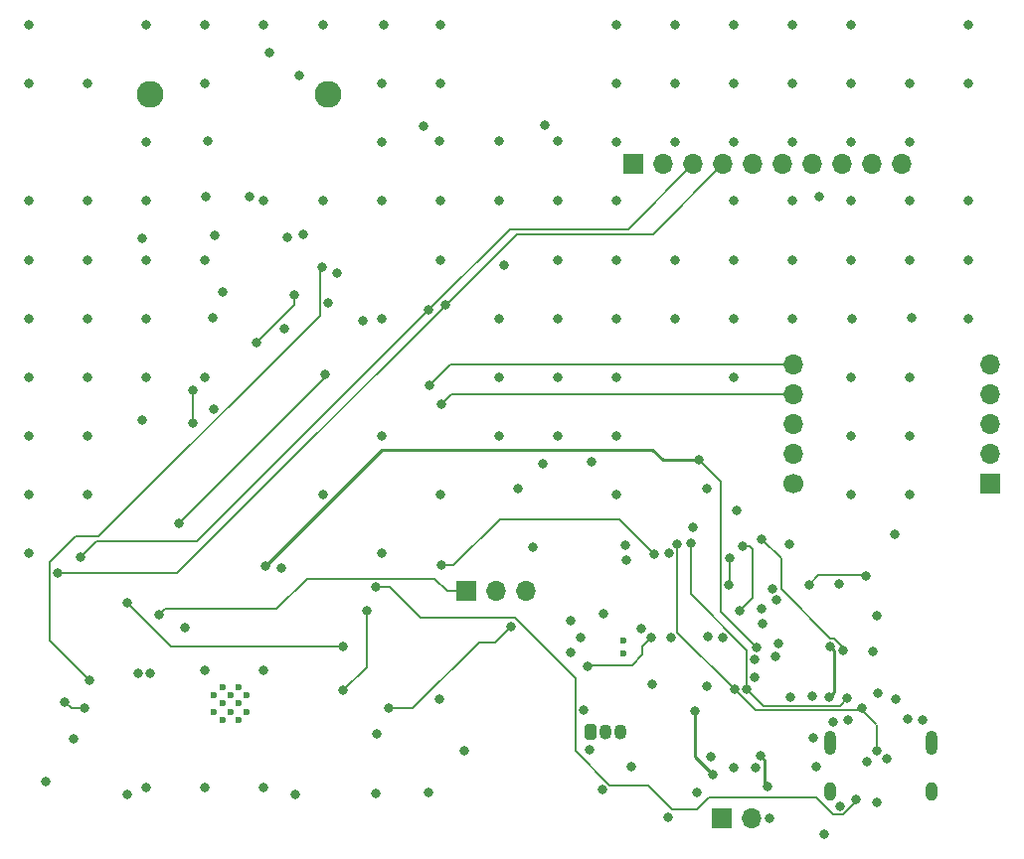
<source format=gbr>
%TF.GenerationSoftware,KiCad,Pcbnew,8.0.5*%
%TF.CreationDate,2024-10-11T13:06:57+01:00*%
%TF.ProjectId,esquema_eletronico,65737175-656d-4615-9f65-6c6574726f6e,rev?*%
%TF.SameCoordinates,Original*%
%TF.FileFunction,Copper,L4,Inr*%
%TF.FilePolarity,Positive*%
%FSLAX46Y46*%
G04 Gerber Fmt 4.6, Leading zero omitted, Abs format (unit mm)*
G04 Created by KiCad (PCBNEW 8.0.5) date 2024-10-11 13:06:57*
%MOMM*%
%LPD*%
G01*
G04 APERTURE LIST*
G04 Aperture macros list*
%AMRoundRect*
0 Rectangle with rounded corners*
0 $1 Rounding radius*
0 $2 $3 $4 $5 $6 $7 $8 $9 X,Y pos of 4 corners*
0 Add a 4 corners polygon primitive as box body*
4,1,4,$2,$3,$4,$5,$6,$7,$8,$9,$2,$3,0*
0 Add four circle primitives for the rounded corners*
1,1,$1+$1,$2,$3*
1,1,$1+$1,$4,$5*
1,1,$1+$1,$6,$7*
1,1,$1+$1,$8,$9*
0 Add four rect primitives between the rounded corners*
20,1,$1+$1,$2,$3,$4,$5,0*
20,1,$1+$1,$4,$5,$6,$7,0*
20,1,$1+$1,$6,$7,$8,$9,0*
20,1,$1+$1,$8,$9,$2,$3,0*%
G04 Aperture macros list end*
%TA.AperFunction,ComponentPad*%
%ADD10R,1.700000X1.700000*%
%TD*%
%TA.AperFunction,ComponentPad*%
%ADD11O,1.700000X1.700000*%
%TD*%
%TA.AperFunction,ComponentPad*%
%ADD12C,1.700000*%
%TD*%
%TA.AperFunction,HeatsinkPad*%
%ADD13C,0.600000*%
%TD*%
%TA.AperFunction,ComponentPad*%
%ADD14RoundRect,0.249900X-0.275100X-0.400100X0.275100X-0.400100X0.275100X0.400100X-0.275100X0.400100X0*%
%TD*%
%TA.AperFunction,ComponentPad*%
%ADD15O,1.050000X1.300000*%
%TD*%
%TA.AperFunction,ComponentPad*%
%ADD16C,0.600000*%
%TD*%
%TA.AperFunction,ComponentPad*%
%ADD17C,2.286000*%
%TD*%
%TA.AperFunction,ComponentPad*%
%ADD18O,1.000000X1.600000*%
%TD*%
%TA.AperFunction,ComponentPad*%
%ADD19O,1.000000X2.100000*%
%TD*%
%TA.AperFunction,ViaPad*%
%ADD20C,0.800000*%
%TD*%
%TA.AperFunction,Conductor*%
%ADD21C,0.204000*%
%TD*%
%TA.AperFunction,Conductor*%
%ADD22C,0.250000*%
%TD*%
%TA.AperFunction,Conductor*%
%ADD23C,0.200000*%
%TD*%
G04 APERTURE END LIST*
D10*
%TO.N,GNDREF*%
%TO.C,U9*%
X161850000Y-109130000D03*
D11*
%TO.N,unconnected-(U9-VIN-Pad2)*%
X161850000Y-106590000D03*
%TO.N,/VREF_3V3*%
X161850000Y-104050000D03*
%TO.N,unconnected-(U9-ON_OFF-Pad4)*%
X161850000Y-101510000D03*
%TO.N,/VREF_3V3*%
X161850000Y-98970000D03*
%TO.N,/GPS_TXD*%
X145070000Y-98960000D03*
%TO.N,/GPS_RXD*%
X145070000Y-101500000D03*
%TO.N,unconnected-(U9-NC-Pad8)*%
X145070000Y-104040000D03*
%TO.N,unconnected-(U9-MODE-Pad9)*%
X145070000Y-106580000D03*
D12*
%TO.N,unconnected-(U9-1PPS-Pad10)*%
X145070000Y-109120000D03*
%TD*%
D10*
%TO.N,/TMP_DATA*%
%TO.C,J1_TMP1*%
X117220000Y-118250000D03*
D11*
%TO.N,/VREF_TMP_3V3*%
X119760000Y-118250000D03*
%TO.N,GNDREF*%
X122300000Y-118250000D03*
%TD*%
D10*
%TO.N,/VREF_3V3*%
%TO.C,U4*%
X131457500Y-81855000D03*
D11*
%TO.N,GNDREF*%
X133997500Y-81855000D03*
%TO.N,/IIC_SCL*%
X136537500Y-81855000D03*
%TO.N,/IIC_SDA*%
X139077500Y-81855000D03*
%TO.N,unconnected-(U4-EDA-Pad5)*%
X141617500Y-81855000D03*
%TO.N,unconnected-(U4-ECL-Pad6)*%
X144157500Y-81855000D03*
%TO.N,/VREF_3V3*%
X146697500Y-81855000D03*
%TO.N,unconnected-(U4-INT-Pad8)*%
X149237500Y-81855000D03*
%TO.N,unconnected-(U4-NCS-Pad9)*%
X151777500Y-81855000D03*
%TO.N,unconnected-(U4-FSYNC-Pad10)*%
X154317500Y-81855000D03*
%TD*%
D13*
%TO.N,GNDREF*%
%TO.C,U7*%
X98560000Y-128540000D03*
X98560000Y-127140000D03*
X97860000Y-129240000D03*
X97860000Y-127840000D03*
X97860000Y-126440000D03*
X97185000Y-128540000D03*
X97185000Y-127140000D03*
X96460000Y-129240000D03*
X96460000Y-127840000D03*
X96460000Y-126440000D03*
X95760000Y-128540000D03*
X95760000Y-127140000D03*
%TD*%
D14*
%TO.N,/PRE_VCC*%
%TO.C,U2*%
X127795000Y-130260000D03*
D15*
%TO.N,GNDREF*%
X129065000Y-130260000D03*
%TO.N,Net-(Q4-G)*%
X130335000Y-130260000D03*
%TD*%
D10*
%TO.N,GNDREF*%
%TO.C,J1*%
X139000000Y-137625000D03*
D11*
%TO.N,/BATT*%
X141540000Y-137625000D03*
%TD*%
D16*
%TO.N,GNDREF*%
%TO.C,U3*%
X130570000Y-123600000D03*
X130570000Y-122500000D03*
%TD*%
D17*
%TO.N,/rtc_ds3231/BAT_CELL+*%
%TO.C,BT1*%
X105500000Y-75887500D03*
%TO.N,GNDREF*%
X90300000Y-75887500D03*
%TD*%
D18*
%TO.N,GNDREF*%
%TO.C,J2*%
X156870000Y-135350000D03*
D19*
X156870000Y-131170000D03*
D18*
X148230000Y-135350000D03*
D19*
X148230000Y-131170000D03*
%TD*%
D20*
%TO.N,GNDREF*%
X135000000Y-90000000D03*
X85000000Y-100000000D03*
X114950000Y-79900000D03*
X135000000Y-75000000D03*
X125000000Y-95000000D03*
X155000000Y-85000000D03*
X95000000Y-100000000D03*
X150000000Y-100000000D03*
X127900000Y-107225000D03*
X83800000Y-130850000D03*
X130000000Y-100000000D03*
X100000000Y-125000000D03*
X150000000Y-80000000D03*
X160000000Y-70000000D03*
X160000000Y-85000000D03*
X155145225Y-94984133D03*
X144825000Y-127325000D03*
X95000000Y-75000000D03*
X115000000Y-110000000D03*
X150000000Y-110000000D03*
X155000000Y-100000000D03*
X95000000Y-90000000D03*
X134400000Y-137525000D03*
X80000000Y-110000000D03*
X120000000Y-105000000D03*
X145000000Y-95000000D03*
X152250000Y-126950000D03*
X80000000Y-105000000D03*
X80000000Y-90000000D03*
X155000000Y-110000000D03*
X130000000Y-90000000D03*
X160000000Y-75000000D03*
X125000000Y-90000000D03*
X80000000Y-95000000D03*
X135000000Y-95000000D03*
X110000000Y-75000000D03*
X115000000Y-75000000D03*
X152200000Y-136250000D03*
X95000000Y-125000000D03*
X140000000Y-85000000D03*
X140000000Y-90000000D03*
X80000000Y-100000000D03*
X135000000Y-70000000D03*
X147000000Y-133250000D03*
X90000000Y-100000000D03*
X85000000Y-90000000D03*
X105000000Y-85000000D03*
X145000000Y-80000000D03*
X134498000Y-115003415D03*
X95800000Y-87900000D03*
X145000000Y-90000000D03*
X144750000Y-114225000D03*
X120000000Y-79850000D03*
X150042224Y-95058090D03*
X160000000Y-95000000D03*
X95250000Y-79900000D03*
X80000000Y-85000000D03*
X152175000Y-120350000D03*
X143850000Y-122725000D03*
X140300000Y-111375000D03*
X133075000Y-126200000D03*
X150000000Y-75000000D03*
X85000000Y-105000000D03*
X101500000Y-116250000D03*
X120000000Y-95000000D03*
X125000000Y-105000000D03*
X114000000Y-135450000D03*
X140000000Y-75000000D03*
X90000000Y-70000000D03*
X155000000Y-80000000D03*
X90000000Y-90000000D03*
X130775000Y-114325000D03*
X108450000Y-95200000D03*
X130000000Y-70000000D03*
X80000000Y-70000000D03*
X85000000Y-75000000D03*
X145000000Y-75000000D03*
X150000000Y-85000000D03*
X80000000Y-115000000D03*
X110000000Y-80000000D03*
X89600000Y-103650000D03*
X126975000Y-122225000D03*
X88350000Y-135600000D03*
X156100000Y-129250000D03*
X100000000Y-70000000D03*
X85000000Y-110000000D03*
X96500000Y-92750000D03*
X141826106Y-124050000D03*
X110213936Y-69999999D03*
X105000000Y-110000000D03*
X115000000Y-90000000D03*
X85000000Y-85000000D03*
X155000000Y-105000000D03*
X122875000Y-114500000D03*
X105450000Y-93700000D03*
X140000000Y-70000000D03*
X115000000Y-85000000D03*
X101750000Y-95850000D03*
X150000000Y-105000000D03*
X113550000Y-78625000D03*
X120000000Y-100000000D03*
X148500000Y-129450000D03*
X150000000Y-90000000D03*
X90000000Y-85000000D03*
X100000000Y-85000000D03*
X90000000Y-95000000D03*
X95000000Y-70000000D03*
X130000000Y-85000000D03*
X110000000Y-115000000D03*
X106200000Y-91150000D03*
X115000000Y-70000000D03*
X140000000Y-80000000D03*
X130000000Y-75000000D03*
X150000000Y-70000000D03*
X95000000Y-135000000D03*
X125050000Y-79900000D03*
X145000000Y-70000000D03*
X110000000Y-85000000D03*
X100000000Y-135000000D03*
X138075000Y-132375000D03*
X140000000Y-100000000D03*
X130000000Y-110000000D03*
X143340605Y-118059396D03*
X153800000Y-127500000D03*
X130000000Y-105000000D03*
X110000000Y-95000000D03*
X125000000Y-100000000D03*
X89650000Y-88200000D03*
X135000000Y-80000000D03*
X153750000Y-113425000D03*
X80000000Y-75000000D03*
X109500000Y-135500000D03*
X109650000Y-130450000D03*
X128825000Y-135175000D03*
X110000000Y-105000000D03*
X103350000Y-87800000D03*
X90000000Y-80000000D03*
X125000000Y-85000000D03*
X120450000Y-90500000D03*
X160000000Y-90000000D03*
X95750000Y-102750000D03*
X102700000Y-135550000D03*
X149050000Y-136600000D03*
X155000000Y-75000000D03*
X128925000Y-120175000D03*
X123925000Y-78500000D03*
X130000000Y-80000000D03*
X155000000Y-90000000D03*
X114950000Y-127450000D03*
X103000000Y-74300000D03*
X85000000Y-95000000D03*
X140000000Y-95000000D03*
X120000000Y-85000000D03*
X105000000Y-70000000D03*
X145000000Y-85000000D03*
X146775000Y-130725000D03*
X130000000Y-95000000D03*
X90000000Y-135000000D03*
%TO.N,/rtc_ds3231/BAT_CELL+*%
X100500000Y-72350000D03*
%TO.N,/VCC_RAW*%
X126150000Y-120750000D03*
X126150000Y-123450000D03*
%TO.N,/VREF_TMP_3V3*%
X121625000Y-109475000D03*
X123725000Y-107375000D03*
%TO.N,/TMP_DATA*%
X91100000Y-120300000D03*
%TO.N,/ESP32_WROOM_32D/IO14*%
X150457298Y-136033194D03*
X109500000Y-117900000D03*
%TO.N,/VREF_3V3*%
X98800000Y-84650000D03*
X81375000Y-134450000D03*
X117050000Y-131850000D03*
X130825000Y-115575000D03*
X147250000Y-84600000D03*
X95625000Y-94925000D03*
X136575000Y-112775000D03*
X95050000Y-84650000D03*
X101975000Y-88075000D03*
X137700000Y-109500000D03*
X132148000Y-121492891D03*
%TO.N,/BATT*%
X147750000Y-138950000D03*
X141850000Y-133300000D03*
X143050000Y-137650000D03*
X151900000Y-123400000D03*
%TO.N,/IIC_SCL*%
X84350000Y-115350000D03*
X114037500Y-94287500D03*
%TO.N,/batery_module/VIN*%
X139078611Y-122221389D03*
X134643030Y-122205347D03*
X137800000Y-122100000D03*
%TO.N,/IIC_SDA*%
X115433889Y-93883889D03*
X82435000Y-116700000D03*
X84700000Y-128225000D03*
X83003000Y-127675000D03*
%TO.N,/SPI_MISO*%
X104980001Y-90641751D03*
X85118000Y-125832000D03*
%TO.N,/SPI_SCK*%
X105250000Y-99750000D03*
X92750000Y-112500000D03*
%TO.N,Net-(IC2-REGN)*%
X138225000Y-133925000D03*
X136675000Y-128500000D03*
%TO.N,/PRE_VCC*%
X140013820Y-133324528D03*
X127750000Y-131750000D03*
X131250000Y-133200000D03*
X136850000Y-135400000D03*
X127225000Y-128425000D03*
%TO.N,/EN*%
X108750000Y-119925000D03*
X106750000Y-126700000D03*
%TO.N,/IO0*%
X106750000Y-122950000D03*
X88375000Y-119225000D03*
%TO.N,/SPI_CS*%
X93950000Y-103950000D03*
X93950000Y-101100000D03*
%TO.N,/USBD+*%
X152200000Y-131825000D03*
X150950000Y-128200000D03*
X140077609Y-126655652D03*
X135200000Y-114225000D03*
%TO.N,/USBD-*%
X141124106Y-126599106D03*
X136325000Y-114150000D03*
X149700000Y-127350000D03*
%TO.N,/USB5V*%
X141826106Y-125625000D03*
X143550000Y-123850000D03*
X146700000Y-127200000D03*
X154850000Y-129150000D03*
X142450000Y-121000000D03*
X137737500Y-126337500D03*
X149750000Y-129250000D03*
X142400000Y-119800000D03*
%TO.N,/wireless_charging/~{CHG_PIN}*%
X149300000Y-123329948D03*
X142375000Y-113800000D03*
%TO.N,Net-(IC2-VSET)*%
X142897113Y-134916280D03*
X142275000Y-132325000D03*
%TO.N,/WRL_EN*%
X148125000Y-127300000D03*
X148253097Y-122971888D03*
%TO.N,Net-(J2-CC1)*%
X153075000Y-132525000D03*
%TO.N,Net-(J2-CC2)*%
X151325000Y-132800000D03*
%TO.N,/sd_card/CS_LLS*%
X99350000Y-97050000D03*
X102550000Y-93037000D03*
%TO.N,/GPS_RXD*%
X115150000Y-102325000D03*
%TO.N,/GPS_TXD*%
X114125000Y-100675000D03*
%TO.N,/RTS*%
X110600000Y-128200000D03*
X127600000Y-124650000D03*
X133000000Y-122200000D03*
X121000000Y-121250000D03*
%TO.N,/DTR*%
X115100000Y-116050000D03*
X133250000Y-115100000D03*
%TO.N,Net-(U6-FOD)*%
X143606457Y-119023413D03*
X148980602Y-117611340D03*
%TO.N,Net-(R26-Pad2)*%
X151250000Y-117000000D03*
X146428611Y-117721389D03*
%TO.N,Net-(U8-~{RST})*%
X139675000Y-115450000D03*
X139575000Y-117762000D03*
%TO.N,Net-(U8-~{SUSPEND})*%
X140775000Y-114425000D03*
X140550000Y-119950000D03*
%TO.N,/CTRL_GPIO*%
X93300000Y-121400000D03*
%TO.N,/STAT*%
X100100000Y-116150000D03*
X137025000Y-107100000D03*
X141917487Y-123018824D03*
%TO.N,/UART_PROG_TX*%
X89250000Y-125250000D03*
%TO.N,/UART_PROG_RX*%
X90300000Y-125250000D03*
%TD*%
D21*
%TO.N,/TMP_DATA*%
X103650000Y-117200000D02*
X109207222Y-117200000D01*
X115600000Y-118250000D02*
X117220000Y-118250000D01*
X91600000Y-119800000D02*
X101050000Y-119800000D01*
X109207222Y-117200000D02*
X109209222Y-117198000D01*
X114548000Y-117198000D02*
X115600000Y-118250000D01*
X101050000Y-119800000D02*
X103650000Y-117200000D01*
X91100000Y-120300000D02*
X91600000Y-119800000D01*
X109209222Y-117198000D02*
X114548000Y-117198000D01*
%TO.N,/ESP32_WROOM_32D/IO14*%
X129442778Y-134800000D02*
X126523000Y-131880222D01*
X126523000Y-131880222D02*
X126523000Y-125673000D01*
X134750000Y-136850000D02*
X132700000Y-134800000D01*
X150457298Y-136033194D02*
X150457298Y-136204431D01*
X148452000Y-137302000D02*
X147000000Y-135850000D01*
X110750000Y-117900000D02*
X109500000Y-117900000D01*
X132700000Y-134800000D02*
X129442778Y-134800000D01*
X149359729Y-137302000D02*
X148452000Y-137302000D01*
X126523000Y-125673000D02*
X121350000Y-120500000D01*
X150457298Y-136204431D02*
X149359729Y-137302000D01*
X121350000Y-120500000D02*
X113350000Y-120500000D01*
X113350000Y-120500000D02*
X110750000Y-117900000D01*
X147000000Y-135850000D02*
X137900000Y-135850000D01*
X136900000Y-136850000D02*
X134750000Y-136850000D01*
X137900000Y-135850000D02*
X136900000Y-136850000D01*
%TO.N,/IIC_SCL*%
X114037500Y-94287500D02*
X94321000Y-114004000D01*
X130990500Y-87402000D02*
X120923000Y-87402000D01*
X85696000Y-114004000D02*
X84350000Y-115350000D01*
X120923000Y-87402000D02*
X114037500Y-94287500D01*
X136537500Y-81855000D02*
X130990500Y-87402000D01*
X94321000Y-114004000D02*
X85696000Y-114004000D01*
%TO.N,/IIC_SDA*%
X133126500Y-87806000D02*
X121511778Y-87806000D01*
X121511778Y-87806000D02*
X92617778Y-116700000D01*
X84700000Y-128225000D02*
X83600000Y-128225000D01*
X83600000Y-128225000D02*
X83050000Y-127675000D01*
X92617778Y-116700000D02*
X82435000Y-116700000D01*
X83050000Y-127675000D02*
X83003000Y-127675000D01*
X139077500Y-81855000D02*
X133126500Y-87806000D01*
%TO.N,/SPI_MISO*%
X104748000Y-90873752D02*
X104748000Y-94744778D01*
X81733000Y-122447000D02*
X85118000Y-125832000D01*
X85892778Y-113600000D02*
X83950000Y-113600000D01*
X104980001Y-90641751D02*
X104748000Y-90873752D01*
X104748000Y-94744778D02*
X85892778Y-113600000D01*
X81733000Y-115817000D02*
X81733000Y-122447000D01*
X83950000Y-113600000D02*
X81733000Y-115817000D01*
%TO.N,/SPI_SCK*%
X105250000Y-100000000D02*
X105250000Y-99750000D01*
X92750000Y-112500000D02*
X105250000Y-100000000D01*
D22*
%TO.N,Net-(IC2-REGN)*%
X136675000Y-132375000D02*
X138225000Y-133925000D01*
X136675000Y-128500000D02*
X136675000Y-132375000D01*
D21*
%TO.N,/EN*%
X108725000Y-124725000D02*
X106750000Y-126700000D01*
X108750000Y-119925000D02*
X108725000Y-119950000D01*
X108725000Y-119950000D02*
X108725000Y-124725000D01*
%TO.N,/IO0*%
X92100000Y-122950000D02*
X88375000Y-119225000D01*
X106750000Y-122950000D02*
X92100000Y-122950000D01*
%TO.N,/SPI_CS*%
X93950000Y-101100000D02*
X93950000Y-103950000D01*
%TO.N,/USBD+*%
X152200000Y-129685050D02*
X152200000Y-131825000D01*
X135200000Y-121778043D02*
X135200000Y-114225000D01*
X150950000Y-128200000D02*
X150723000Y-128427000D01*
X150723000Y-128427000D02*
X141848957Y-128427000D01*
X150950000Y-128375000D02*
X152155025Y-129580025D01*
X140077609Y-126655652D02*
X135200000Y-121778043D01*
X150950000Y-128200000D02*
X150950000Y-128375000D01*
X141848957Y-128427000D02*
X140077609Y-126655652D01*
%TO.N,/USBD-*%
X141124106Y-126599106D02*
X141124106Y-123274106D01*
X141124106Y-123274106D02*
X136325000Y-118475000D01*
D23*
X141124106Y-126599106D02*
X142550000Y-128025000D01*
X142550000Y-128025000D02*
X149025000Y-128025000D01*
X149025000Y-128025000D02*
X149700000Y-127350000D01*
D21*
X136325000Y-118475000D02*
X136325000Y-114150000D01*
%TO.N,/wireless_charging/~{CHG_PIN}*%
X144042605Y-118092605D02*
X144042605Y-115467605D01*
X149300000Y-123329948D02*
X149300000Y-123026013D01*
X149300000Y-123026013D02*
X148543875Y-122269888D01*
X144042605Y-115467605D02*
X142375000Y-113800000D01*
X148543875Y-122269888D02*
X148219888Y-122269888D01*
X148219888Y-122269888D02*
X144042605Y-118092605D01*
D22*
%TO.N,Net-(IC2-VSET)*%
X142275000Y-132325000D02*
X142650000Y-132700000D01*
X142650000Y-132700000D02*
X142650000Y-134669167D01*
X142650000Y-134669167D02*
X142897113Y-134916280D01*
%TO.N,/WRL_EN*%
X148575000Y-126850000D02*
X148575000Y-123293791D01*
X148575000Y-123293791D02*
X148253097Y-122971888D01*
X148125000Y-127300000D02*
X148575000Y-126850000D01*
D21*
%TO.N,/sd_card/CS_LLS*%
X102550000Y-93037000D02*
X102550000Y-93850000D01*
X102550000Y-93850000D02*
X99350000Y-97050000D01*
%TO.N,/GPS_RXD*%
X115150000Y-102325000D02*
X115975000Y-101500000D01*
X115975000Y-101500000D02*
X145070000Y-101500000D01*
X115150000Y-102325000D02*
X115355000Y-102530000D01*
%TO.N,/GPS_TXD*%
X114125000Y-100675000D02*
X115840000Y-98960000D01*
X115840000Y-98960000D02*
X145070000Y-98960000D01*
%TO.N,/RTS*%
X127700000Y-124550000D02*
X127600000Y-124650000D01*
X119650000Y-122600000D02*
X121000000Y-121250000D01*
X131350000Y-124550000D02*
X127700000Y-124550000D01*
X112700000Y-128200000D02*
X118300000Y-122600000D01*
X118300000Y-122600000D02*
X119650000Y-122600000D01*
X110600000Y-128200000D02*
X112700000Y-128200000D01*
X132250000Y-122950000D02*
X132250000Y-123650000D01*
X133000000Y-122200000D02*
X132250000Y-122950000D01*
X132250000Y-123650000D02*
X131350000Y-124550000D01*
%TO.N,/DTR*%
X133250000Y-115100000D02*
X130250000Y-112100000D01*
X116150000Y-116050000D02*
X115100000Y-116050000D01*
X130250000Y-112100000D02*
X120100000Y-112100000D01*
X120100000Y-112100000D02*
X116150000Y-116050000D01*
%TO.N,Net-(R26-Pad2)*%
X151159340Y-116909340D02*
X151250000Y-117000000D01*
X146428611Y-117721389D02*
X147240660Y-116909340D01*
X147240660Y-116909340D02*
X151159340Y-116909340D01*
%TO.N,Net-(U8-~{RST})*%
X139675000Y-117662000D02*
X139575000Y-117762000D01*
X139675000Y-115450000D02*
X139675000Y-117662000D01*
%TO.N,Net-(U8-~{SUSPEND})*%
X140550000Y-119950000D02*
X141650000Y-118850000D01*
X141650000Y-118850000D02*
X141650000Y-114700000D01*
X141650000Y-114700000D02*
X141375000Y-114425000D01*
X141375000Y-114425000D02*
X140775000Y-114425000D01*
%TO.N,/STAT*%
X138873000Y-108948000D02*
X138873000Y-119974337D01*
D22*
X133975000Y-107100000D02*
X133075000Y-106200000D01*
D21*
X138873000Y-119974337D02*
X141917487Y-123018824D01*
D22*
X133075000Y-106200000D02*
X110050000Y-106200000D01*
D21*
X137025000Y-107100000D02*
X138873000Y-108948000D01*
D22*
X137025000Y-107100000D02*
X133975000Y-107100000D01*
X110050000Y-106200000D02*
X100100000Y-116150000D01*
%TD*%
M02*

</source>
